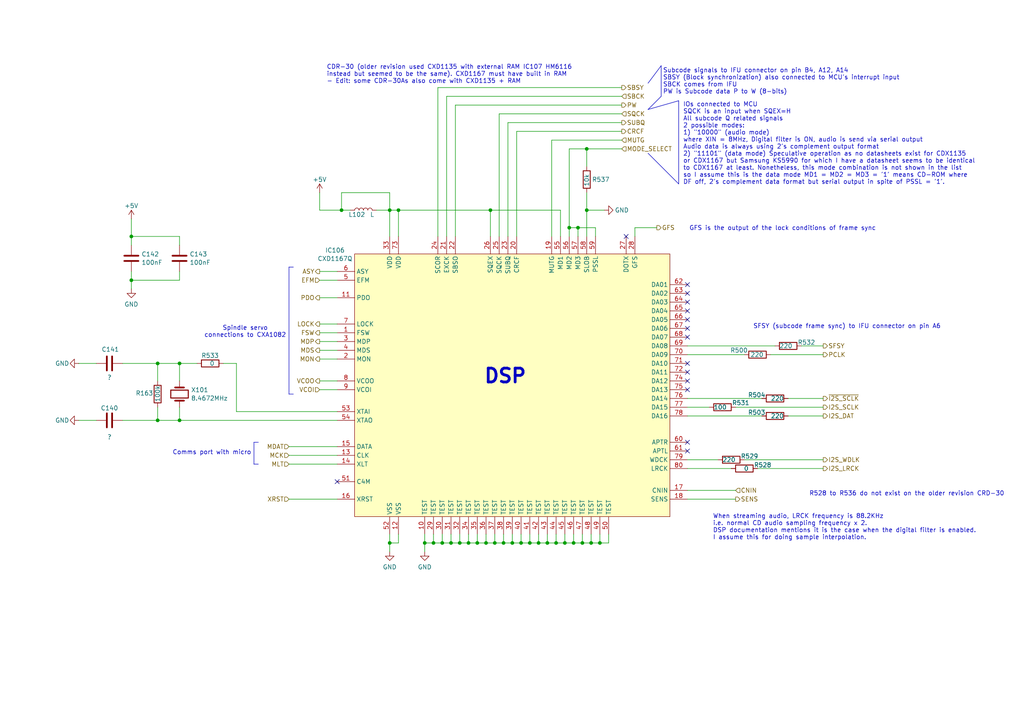
<source format=kicad_sch>
(kicad_sch (version 20231120) (generator "eeschema") (generator_version "8.0")
  (paper "A4")
  (title_block (title "PC-Engine CDR-30A (CD-ROM2) Schematics - MAIN PWR") (date "2025-02-09") (rev "0.3") (company "Author: Regis Galland"))
  (lib_symbols
    (symbol "Device:C" (pin_numbers hide) (pin_names (offset 0.254))
      (property "Reference" "C" (at 0.635 2.54 0))
      (property "Value" "C" (at 0.635 -2.54 0))
      (symbol "C_0_1"
        (polyline (pts (xy -2.032 -0.762) (xy 2.032 -0.762)) (stroke (width 0.508)))
        (polyline (pts (xy -2.032 0.762) (xy 2.032 0.762)) (stroke (width 0.508)))
      )
      (symbol "C_1_1"
        (pin passive line (at 0 3.81 270) (length 2.794) (name "~") (number "1"))
        (pin passive line (at 0 -3.81 90) (length 2.794) (name "~") (number "2"))
      )
    )
    (symbol "Device:Crystal" (pin_numbers hide) (pin_names (offset 1.016) hide)
      (property "Reference" "Y" (at 0 3.81 0))
      (property "Value" "Crystal" (at 0 -3.81 0))
      (symbol "Crystal_0_1"
        (rectangle (start -1.143 2.54) (end 1.143 -2.54) (stroke (width 0.3048)))
        (polyline (pts (xy -2.54 0) (xy -1.905 0)))
        (polyline (pts (xy -1.905 -1.27) (xy -1.905 1.27)) (stroke (width 0.508)))
        (polyline (pts (xy 1.905 -1.27) (xy 1.905 1.27)) (stroke (width 0.508)))
        (polyline (pts (xy 2.54 0) (xy 1.905 0)))
      )
      (symbol "Crystal_1_1"
        (pin passive line (at -3.81 0 0) (length 1.27) (name "1") (number "1"))
        (pin passive line (at 3.81 0 180) (length 1.27) (name "2") (number "2"))
      )
    )
    (symbol "Device:L" (pin_numbers hide) (pin_names (offset 1.016) hide)
      (property "Reference" "L" (at -1.27 0 90))
      (property "Value" "L" (at 1.905 0 90))
      (symbol "L_0_1"
        (arc (start 0 -2.54) (mid 0.6323 -1.905) (end 0 -1.27))
        (arc (start 0 -1.27) (mid 0.6323 -0.635) (end 0 0))
        (arc (start 0 0) (mid 0.6323 0.635) (end 0 1.27))
        (arc (start 0 1.27) (mid 0.6323 1.905) (end 0 2.54))
      )
      (symbol "L_1_1"
        (pin passive line (at 0 3.81 270) (length 1.27) (name "1") (number "1"))
        (pin passive line (at 0 -3.81 90) (length 1.27) (name "2") (number "2"))
      )
    )
    (symbol "Device:R" (pin_numbers hide) (pin_names (offset 0))
      (property "Reference" "R" (at 2.032 0 90))
      (property "Value" "R" (at 0 0 90))
      (symbol "R_0_1"
        (rectangle (start -1.016 -2.54) (end 1.016 2.54) (stroke (width 0.254)))
      )
      (symbol "R_1_1"
        (pin passive line (at 0 3.81 270) (length 1.27) (name "~") (number "1"))
        (pin passive line (at 0 -3.81 90) (length 1.27) (name "~") (number "2"))
      )
    )
    (symbol "PC-Engine_CDR-30:CXD1167Q"
      (property "Reference" "IC1071" (at -51.4252 39.165 0))
      (property "Value" "CXD1167Q" (at -51.4252 36.7407 0))
      (symbol "CXD1167Q_1_1"
        (rectangle (start -45.72 38.1) (end 45.72 -38.1) (fill (type background)))
        (pin output line (at -50.8 15.24 0) (length 5.08) (name "FSW") (number "1"))
        (pin input line (at -25.4 -43.18 90) (length 5.08) (name "TEST") (number "10"))
        (pin output line (at -50.8 25.4 0) (length 5.08) (name "PDO") (number "11"))
        (pin power_in line (at -33.02 -43.18 90) (length 5.08) (name "VSS") (number "12"))
        (pin input line (at -50.8 -20.32 0) (length 5.08) (name "CLK") (number "13"))
        (pin input line (at -50.8 -22.86 0) (length 5.08) (name "XLT") (number "14"))
        (pin input line (at -50.8 -17.78 0) (length 5.08) (name "DATA") (number "15"))
        (pin input line (at -50.8 -33.02 0) (length 5.08) (name "XRST") (number "16"))
        (pin input line (at 50.8 -30.48 180) (length 5.08) (name "CNIN") (number "17"))
        (pin output line (at 50.8 -33.02 180) (length 5.08) (name "SENS") (number "18"))
        (pin input line (at 11.43 43.18 270) (length 5.08) (name "MUTG") (number "19"))
        (pin output line (at -50.8 7.62 0) (length 5.08) (name "MON") (number "2"))
        (pin output line (at 1.27 43.18 270) (length 5.08) (name "CRCF") (number "20"))
        (pin input line (at -19.05 43.18 270) (length 5.08) (name "EXCK") (number "21"))
        (pin output line (at -16.51 43.18 270) (length 5.08) (name "SBSO") (number "22"))
        (pin output line (at -1.27 43.18 270) (length 5.08) (name "SUBQ") (number "23"))
        (pin output line (at -21.59 43.18 270) (length 5.08) (name "SCOR") (number "24"))
        (pin bidirectional line (at -3.81 43.18 270) (length 5.08) (name "SQCK") (number "25"))
        (pin input line (at -6.35 43.18 270) (length 5.08) (name "SQEX") (number "26"))
        (pin output line (at 33.02 43.18 270) (length 5.08) (name "DOTX") (number "27"))
        (pin output line (at 35.56 43.18 270) (length 5.08) (name "GFS") (number "28"))
        (pin input line (at -22.86 -43.18 90) (length 5.08) (name "TEST") (number "29"))
        (pin output line (at -50.8 12.7 0) (length 5.08) (name "MDP") (number "3"))
        (pin input line (at -20.32 -43.18 90) (length 5.08) (name "TEST") (number "30"))
        (pin input line (at -17.78 -43.18 90) (length 5.08) (name "TEST") (number "31"))
        (pin input line (at -15.24 -43.18 90) (length 5.08) (name "TEST") (number "32"))
        (pin power_in line (at -35.56 43.18 270) (length 5.08) (name "VDD") (number "33"))
        (pin input line (at -12.7 -43.18 90) (length 5.08) (name "TEST") (number "34"))
        (pin input line (at -10.16 -43.18 90) (length 5.08) (name "TEST") (number "35"))
        (pin input line (at -7.62 -43.18 90) (length 5.08) (name "TEST") (number "36"))
        (pin input line (at -5.08 -43.18 90) (length 5.08) (name "TEST") (number "37"))
        (pin input line (at -2.54 -43.18 90) (length 5.08) (name "TEST") (number "38"))
        (pin input line (at 0 -43.18 90) (length 5.08) (name "TEST") (number "39"))
        (pin output line (at -50.8 10.16 0) (length 5.08) (name "MDS") (number "4"))
        (pin input line (at 2.54 -43.18 90) (length 5.08) (name "TEST") (number "40"))
        (pin input line (at 5.08 -43.18 90) (length 5.08) (name "TEST") (number "41"))
        (pin input line (at 7.62 -43.18 90) (length 5.08) (name "TEST") (number "42"))
        (pin input line (at 10.16 -43.18 90) (length 5.08) (name "TEST") (number "43"))
        (pin input line (at 12.7 -43.18 90) (length 5.08) (name "TEST") (number "44"))
        (pin input line (at 15.24 -43.18 90) (length 5.08) (name "TEST") (number "45"))
        (pin input line (at 17.78 -43.18 90) (length 5.08) (name "TEST") (number "46"))
        (pin input line (at 20.32 -43.18 90) (length 5.08) (name "TEST") (number "47"))
        (pin input line (at 22.86 -43.18 90) (length 5.08) (name "TEST") (number "48"))
        (pin input line (at 25.4 -43.18 90) (length 5.08) (name "TEST") (number "49"))
        (pin input line (at -50.8 30.48 0) (length 5.08) (name "EFM") (number "5"))
        (pin input line (at 27.94 -43.18 90) (length 5.08) (name "TEST") (number "50"))
        (pin output line (at -50.8 -27.94 0) (length 5.08) (name "C4M") (number "51"))
        (pin power_in line (at -35.56 -43.18 90) (length 5.08) (name "VSS") (number "52"))
        (pin input line (at -50.8 -7.62 0) (length 5.08) (name "XTAI") (number "53"))
        (pin output line (at -50.8 -10.16 0) (length 5.08) (name "XTAO") (number "54"))
        (pin input line (at 13.97 43.18 270) (length 5.08) (name "MD1") (number "55"))
        (pin input line (at 16.51 43.18 270) (length 5.08) (name "MD2") (number "56"))
        (pin input line (at 19.05 43.18 270) (length 5.08) (name "MD3") (number "57"))
        (pin input line (at 21.59 43.18 270) (length 5.08) (name "SLOB") (number "58"))
        (pin input line (at 24.13 43.18 270) (length 5.08) (name "PSSL") (number "59"))
        (pin output line (at -50.8 33.02 0) (length 5.08) (name "ASY") (number "6"))
        (pin output line (at 50.8 -16.51 180) (length 5.08) (name "APTR") (number "60"))
        (pin output line (at 50.8 -19.05 180) (length 5.08) (name "APTL") (number "61"))
        (pin output line (at 50.8 29.21 180) (length 5.08) (name "DA01") (number "62"))
        (pin output line (at 50.8 26.67 180) (length 5.08) (name "DA02") (number "63"))
        (pin output line (at 50.8 24.13 180) (length 5.08) (name "DA03") (number "64"))
        (pin output line (at 50.8 21.59 180) (length 5.08) (name "DA04") (number "65"))
        (pin output line (at 50.8 19.05 180) (length 5.08) (name "DA05") (number "66"))
        (pin output line (at 50.8 16.51 180) (length 5.08) (name "DA06") (number "67"))
        (pin output line (at 50.8 13.97 180) (length 5.08) (name "DA07") (number "68"))
        (pin output line (at 50.8 11.43 180) (length 5.08) (name "DA08") (number "69"))
        (pin output line (at -50.8 17.78 0) (length 5.08) (name "LOCK") (number "7"))
        (pin output line (at 50.8 8.89 180) (length 5.08) (name "DA09") (number "70"))
        (pin output line (at 50.8 6.35 180) (length 5.08) (name "DA10") (number "71"))
        (pin output line (at 50.8 3.81 180) (length 5.08) (name "DA11") (number "72"))
        (pin power_in line (at -33.02 43.18 270) (length 5.08) (name "VDD") (number "73"))
        (pin output line (at 50.8 1.27 180) (length 5.08) (name "DA12") (number "74"))
        (pin output line (at 50.8 -1.27 180) (length 5.08) (name "DA13") (number "75"))
        (pin output line (at 50.8 -3.81 180) (length 5.08) (name "DA14") (number "76"))
        (pin output line (at 50.8 -6.35 180) (length 5.08) (name "DA15") (number "77"))
        (pin output line (at 50.8 -8.89 180) (length 5.08) (name "DA16") (number "78"))
        (pin output line (at 50.8 -21.59 180) (length 5.08) (name "WDCK") (number "79"))
        (pin output line (at -50.8 1.27 0) (length 5.08) (name "VCOO") (number "8"))
        (pin output line (at 50.8 -24.13 180) (length 5.08) (name "LRCK") (number "80"))
        (pin input line (at -50.8 -1.27 0) (length 5.08) (name "VCOI") (number "9"))
      )
    )
    (symbol "power:+5V" (power) (pin_numbers hide) (pin_names (offset 0) hide)
      (property "Value" "+5V" (at 0 3.556 0))
      (symbol "+5V_0_1"
        (polyline (pts (xy -0.762 1.27) (xy 0 2.54)))
        (polyline (pts (xy 0 0) (xy 0 2.54)))
        (polyline (pts (xy 0 2.54) (xy 0.762 1.27)))
      )
      (symbol "+5V_1_1"
        (pin power_in line (at 0 0 90) (length 0) (name "~") (number "1"))
      )
    )
    (symbol "power:GND" (power) (pin_numbers hide) (pin_names (offset 0) hide)
      (property "Value" "GND" (at 0 -3.81 0))
      (symbol "GND_0_1"
        (polyline (pts (xy 0 0) (xy 0 -1.27) (xy 1.27 -1.27) (xy 0 -2.54) (xy -1.27 -1.27) (xy 0 -1.27)))
      )
      (symbol "GND_1_1"
        (pin power_in line (at 0 0 270) (length 0) (name "~") (number "1"))
      )
    )
  )
  (junction (at 113.03 60.96))
  (junction (at 38.1 81.28))
  (junction (at 138.43 157.48))
  (junction (at 38.1 68.58))
  (junction (at 140.97 157.48))
  (junction (at 156.21 157.48))
  (junction (at 170.18 60.96))
  (junction (at 135.89 157.48))
  (junction (at 158.75 157.48))
  (junction (at 161.29 157.48))
  (junction (at 167.64 66.04))
  (junction (at 151.13 157.48))
  (junction (at 115.57 60.96))
  (junction (at 148.59 157.48))
  (junction (at 45.72 105.41))
  (junction (at 52.07 105.41))
  (junction (at 130.81 157.48))
  (junction (at 133.35 157.48))
  (junction (at 143.51 157.48))
  (junction (at 99.06 60.96))
  (junction (at 170.18 43.18))
  (junction (at 146.05 157.48))
  (junction (at 52.07 121.92))
  (junction (at 163.83 157.48))
  (junction (at 166.37 157.48))
  (junction (at 125.73 157.48))
  (junction (at 142.24 60.96))
  (junction (at 173.99 157.48))
  (junction (at 171.45 157.48))
  (junction (at 153.67 157.48))
  (junction (at 168.91 157.48))
  (junction (at 113.03 157.48))
  (junction (at 123.19 157.48))
  (junction (at 165.1 66.04))
  (junction (at 128.27 157.48))
  (junction (at 45.72 121.92))
  (no_connect (at 199.39 87.63))
  (no_connect (at 199.39 90.17))
  (no_connect (at 199.39 128.27))
  (no_connect (at 199.39 97.79))
  (no_connect (at 199.39 92.71))
  (no_connect (at 97.79 139.7))
  (no_connect (at 199.39 130.81))
  (no_connect (at 199.39 85.09))
  (no_connect (at 181.61 68.58))
  (no_connect (at 199.39 113.03))
  (no_connect (at 199.39 110.49))
  (no_connect (at 199.39 107.95))
  (no_connect (at 199.39 105.41))
  (no_connect (at 199.39 82.55))
  (no_connect (at 199.39 95.25))
  (wire (pts (xy 52.07 68.58) (xy 52.07 71.12)))
  (wire (pts (xy 83.82 132.08) (xy 97.79 132.08)))
  (wire (pts (xy 92.71 86.36) (xy 97.79 86.36)))
  (wire (pts (xy 146.05 154.94) (xy 146.05 157.48)))
  (wire (pts (xy 228.6 120.65) (xy 238.76 120.65)))
  (wire (pts (xy 38.1 71.12) (xy 38.1 68.58)))
  (wire (pts (xy 113.03 60.96) (xy 113.03 55.88)))
  (wire (pts (xy 83.82 134.62) (xy 97.79 134.62)))
  (wire (pts (xy 38.1 81.28) (xy 38.1 78.74)))
  (wire (pts (xy 142.24 60.96) (xy 115.57 60.96)))
  (wire (pts (xy 144.78 68.58) (xy 144.78 33.02)))
  (wire (pts (xy 171.45 154.94) (xy 171.45 157.48)))
  (wire (pts (xy 151.13 154.94) (xy 151.13 157.48)))
  (wire (pts (xy 92.71 104.14) (xy 97.79 104.14)))
  (wire (pts (xy 199.39 100.33) (xy 224.79 100.33)))
  (wire (pts (xy 172.72 66.04) (xy 172.72 68.58)))
  (wire (pts (xy 92.71 81.28) (xy 97.79 81.28)))
  (polyline (pts (xy 73.66 128.27) (xy 73.66 134.62)))
  (wire (pts (xy 97.79 119.38) (xy 68.58 119.38)))
  (polyline (pts (xy 196.85 29.21) (xy 196.85 53.34)))
  (wire (pts (xy 184.15 66.04) (xy 190.5 66.04)))
  (wire (pts (xy 165.1 66.04) (xy 165.1 68.58)))
  (wire (pts (xy 99.06 55.88) (xy 99.06 60.96)))
  (wire (pts (xy 130.81 154.94) (xy 130.81 157.48)))
  (wire (pts (xy 38.1 83.82) (xy 38.1 81.28)))
  (wire (pts (xy 165.1 43.18) (xy 165.1 66.04)))
  (wire (pts (xy 92.71 113.03) (xy 97.79 113.03)))
  (wire (pts (xy 99.06 60.96) (xy 101.6 60.96)))
  (wire (pts (xy 123.19 160.02) (xy 123.19 157.48)))
  (polyline (pts (xy 74.93 134.62) (xy 73.66 134.62)))
  (wire (pts (xy 109.22 60.96) (xy 113.03 60.96)))
  (wire (pts (xy 161.29 154.94) (xy 161.29 157.48)))
  (wire (pts (xy 68.58 119.38) (xy 68.58 105.41)))
  (wire (pts (xy 170.18 43.18) (xy 165.1 43.18)))
  (wire (pts (xy 170.18 55.88) (xy 170.18 60.96)))
  (wire (pts (xy 170.18 68.58) (xy 170.18 60.96)))
  (wire (pts (xy 92.71 99.06) (xy 97.79 99.06)))
  (wire (pts (xy 113.03 157.48) (xy 115.57 157.48)))
  (wire (pts (xy 144.78 33.02) (xy 180.34 33.02)))
  (wire (pts (xy 138.43 154.94) (xy 138.43 157.48)))
  (wire (pts (xy 213.36 144.78) (xy 199.39 144.78)))
  (wire (pts (xy 127 25.4) (xy 127 68.58)))
  (wire (pts (xy 115.57 60.96) (xy 115.57 68.58)))
  (wire (pts (xy 167.64 66.04) (xy 167.64 68.58)))
  (wire (pts (xy 123.19 154.94) (xy 123.19 157.48)))
  (wire (pts (xy 199.39 118.11) (xy 205.74 118.11)))
  (wire (pts (xy 83.82 144.78) (xy 97.79 144.78)))
  (wire (pts (xy 125.73 154.94) (xy 125.73 157.48)))
  (wire (pts (xy 45.72 105.41) (xy 52.07 105.41)))
  (wire (pts (xy 92.71 101.6) (xy 97.79 101.6)))
  (wire (pts (xy 160.02 40.64) (xy 160.02 68.58)))
  (wire (pts (xy 133.35 154.94) (xy 133.35 157.48)))
  (wire (pts (xy 22.86 105.41) (xy 27.94 105.41)))
  (wire (pts (xy 180.34 25.4) (xy 127 25.4)))
  (wire (pts (xy 176.53 157.48) (xy 176.53 154.94)))
  (wire (pts (xy 92.71 93.98) (xy 97.79 93.98)))
  (wire (pts (xy 173.99 154.94) (xy 173.99 157.48)))
  (wire (pts (xy 147.32 35.56) (xy 180.34 35.56)))
  (wire (pts (xy 92.71 60.96) (xy 99.06 60.96)))
  (wire (pts (xy 215.9 133.35) (xy 238.76 133.35)))
  (wire (pts (xy 158.75 157.48) (xy 161.29 157.48)))
  (wire (pts (xy 153.67 154.94) (xy 153.67 157.48)))
  (polyline (pts (xy 187.96 24.13) (xy 191.77 19.05)))
  (wire (pts (xy 92.71 110.49) (xy 97.79 110.49)))
  (polyline (pts (xy 191.77 19.05) (xy 191.77 27.94)))
  (wire (pts (xy 113.03 157.48) (xy 113.03 154.94)))
  (polyline (pts (xy 187.96 31.75) (xy 196.85 29.21)))
  (wire (pts (xy 165.1 66.04) (xy 167.64 66.04)))
  (wire (pts (xy 99.06 55.88) (xy 113.03 55.88)))
  (wire (pts (xy 52.07 110.49) (xy 52.07 105.41)))
  (wire (pts (xy 147.32 68.58) (xy 147.32 35.56)))
  (wire (pts (xy 180.34 40.64) (xy 160.02 40.64)))
  (wire (pts (xy 199.39 102.87) (xy 215.9 102.87)))
  (wire (pts (xy 199.39 115.57) (xy 220.98 115.57)))
  (wire (pts (xy 115.57 60.96) (xy 113.03 60.96)))
  (polyline (pts (xy 74.93 128.27) (xy 73.66 128.27)))
  (wire (pts (xy 113.03 60.96) (xy 113.03 68.58)))
  (wire (pts (xy 171.45 157.48) (xy 173.99 157.48)))
  (wire (pts (xy 128.27 157.48) (xy 130.81 157.48)))
  (wire (pts (xy 168.91 154.94) (xy 168.91 157.48)))
  (wire (pts (xy 83.82 129.54) (xy 97.79 129.54)))
  (wire (pts (xy 146.05 157.48) (xy 148.59 157.48)))
  (wire (pts (xy 173.99 157.48) (xy 176.53 157.48)))
  (wire (pts (xy 57.15 105.41) (xy 52.07 105.41)))
  (wire (pts (xy 158.75 154.94) (xy 158.75 157.48)))
  (wire (pts (xy 68.58 105.41) (xy 64.77 105.41)))
  (wire (pts (xy 45.72 118.11) (xy 45.72 121.92)))
  (wire (pts (xy 140.97 157.48) (xy 143.51 157.48)))
  (wire (pts (xy 129.54 68.58) (xy 129.54 27.94)))
  (wire (pts (xy 45.72 105.41) (xy 45.72 110.49)))
  (wire (pts (xy 35.56 121.92) (xy 45.72 121.92)))
  (wire (pts (xy 97.79 78.74) (xy 92.71 78.74)))
  (wire (pts (xy 167.64 66.04) (xy 172.72 66.04)))
  (wire (pts (xy 52.07 118.11) (xy 52.07 121.92)))
  (wire (pts (xy 38.1 68.58) (xy 52.07 68.58)))
  (wire (pts (xy 168.91 157.48) (xy 171.45 157.48)))
  (wire (pts (xy 125.73 157.48) (xy 128.27 157.48)))
  (wire (pts (xy 135.89 157.48) (xy 138.43 157.48)))
  (wire (pts (xy 170.18 43.18) (xy 180.34 43.18)))
  (wire (pts (xy 161.29 157.48) (xy 163.83 157.48)))
  (wire (pts (xy 163.83 154.94) (xy 163.83 157.48)))
  (wire (pts (xy 128.27 154.94) (xy 128.27 157.48)))
  (wire (pts (xy 199.39 120.65) (xy 220.98 120.65)))
  (wire (pts (xy 143.51 157.48) (xy 143.51 154.94)))
  (wire (pts (xy 213.36 142.24) (xy 199.39 142.24)))
  (wire (pts (xy 151.13 157.48) (xy 153.67 157.48)))
  (wire (pts (xy 149.86 38.1) (xy 149.86 68.58)))
  (wire (pts (xy 135.89 154.94) (xy 135.89 157.48)))
  (wire (pts (xy 92.71 96.52) (xy 97.79 96.52)))
  (wire (pts (xy 138.43 157.48) (xy 140.97 157.48)))
  (wire (pts (xy 143.51 157.48) (xy 146.05 157.48)))
  (wire (pts (xy 132.08 30.48) (xy 180.34 30.48)))
  (wire (pts (xy 130.81 157.48) (xy 133.35 157.48)))
  (wire (pts (xy 180.34 38.1) (xy 149.86 38.1)))
  (wire (pts (xy 52.07 78.74) (xy 52.07 81.28)))
  (wire (pts (xy 115.57 157.48) (xy 115.57 154.94)))
  (wire (pts (xy 170.18 43.18) (xy 170.18 48.26)))
  (wire (pts (xy 148.59 154.94) (xy 148.59 157.48)))
  (polyline (pts (xy 187.96 44.45) (xy 196.85 53.34)))
  (wire (pts (xy 22.86 121.92) (xy 27.94 121.92)))
  (wire (pts (xy 223.52 102.87) (xy 238.76 102.87)))
  (polyline (pts (xy 83.82 77.47) (xy 83.82 114.3)))
  (wire (pts (xy 219.71 135.89) (xy 238.76 135.89)))
  (polyline (pts (xy 187.96 31.75) (xy 191.77 27.94)))
  (polyline (pts (xy 85.09 77.47) (xy 83.82 77.47)))
  (wire (pts (xy 140.97 154.94) (xy 140.97 157.48)))
  (wire (pts (xy 38.1 63.5) (xy 38.1 68.58)))
  (wire (pts (xy 199.39 133.35) (xy 208.28 133.35)))
  (wire (pts (xy 35.56 105.41) (xy 45.72 105.41)))
  (wire (pts (xy 92.71 55.88) (xy 92.71 60.96)))
  (wire (pts (xy 148.59 157.48) (xy 151.13 157.48)))
  (wire (pts (xy 156.21 157.48) (xy 158.75 157.48)))
  (wire (pts (xy 213.36 118.11) (xy 238.76 118.11)))
  (wire (pts (xy 113.03 160.02) (xy 113.03 157.48)))
  (wire (pts (xy 52.07 121.92) (xy 97.79 121.92)))
  (wire (pts (xy 123.19 157.48) (xy 125.73 157.48)))
  (wire (pts (xy 133.35 157.48) (xy 135.89 157.48)))
  (wire (pts (xy 232.41 100.33) (xy 238.76 100.33)))
  (wire (pts (xy 170.18 60.96) (xy 175.26 60.96)))
  (wire (pts (xy 228.6 115.57) (xy 238.76 115.57)))
  (wire (pts (xy 163.83 157.48) (xy 166.37 157.48)))
  (wire (pts (xy 156.21 154.94) (xy 156.21 157.48)))
  (wire (pts (xy 45.72 121.92) (xy 52.07 121.92)))
  (wire (pts (xy 199.39 135.89) (xy 212.09 135.89)))
  (wire (pts (xy 142.24 60.96) (xy 142.24 68.58)))
  (wire (pts (xy 184.15 68.58) (xy 184.15 66.04)))
  (wire (pts (xy 162.56 60.96) (xy 162.56 68.58)))
  (wire (pts (xy 129.54 27.94) (xy 180.34 27.94)))
  (wire (pts (xy 132.08 68.58) (xy 132.08 30.48)))
  (wire (pts (xy 52.07 81.28) (xy 38.1 81.28)))
  (wire (pts (xy 162.56 60.96) (xy 142.24 60.96)))
  (wire (pts (xy 153.67 157.48) (xy 156.21 157.48)))
  (polyline (pts (xy 85.09 114.3) (xy 83.82 114.3)))
  (wire (pts (xy 166.37 154.94) (xy 166.37 157.48)))
  (wire (pts (xy 166.37 157.48) (xy 168.91 157.48)))
  (text "DSP" (at 146.558 109.22 0) (effects (font (size 4 4) (thickness 0.8) (bold yes))))
  (text "Comms port with micro" (at 61.468 131.318 0) (effects (font (size 1.27 1.27))))
  (text "When streaming audio, LRCK frequency is 88.2KHz \ni.e. normal CD audio sampling frequency x 2.\nDSP documentation mentions it is the case when the digital filter is enabled.\nI assume this for doing sample interpolation." (at 206.756 152.908 0) (effects (font (size 1.27 1.27)) (justify left)))
  (text "GFS is the output of the lock conditions of frame sync" (at 199.898 66.294 0) (effects (font (size 1.27 1.27)) (justify left)))
  (text "Subcode signals to IFU connector on pin B4, A12, A14\nSBSY (Block synchronization) also connected to MCU's interrupt input\nSBCK comes from IFU\nPW is Subcode data P to W (8-bits)" (at 192.278 23.622 0) (effects (font (size 1.27 1.27)) (justify left)))
  (text "R528 to R536 do not exist on the older revision CRD-30" (at 234.696 143.256 0) (effects (font (size 1.27 1.27)) (justify left)))
  (text "IOs connected to MCU\nSQCK is an input when SQEX=H\nAll subcode Q related signals\n2 possible modes:\n1) \"10000\" (audio mode)\nwhere XIN = 8MHz, Digital filter is ON, audio is send via serial output\nAudio data is always using 2's complement output format\n2) \"11101\" (data mode) Speculative operation as no datasheets exist for CDX1135\nor CDX1167 but Samsung KS5990 for which I have a datasheet seems to be identical\nto CDX1167 at least. Nonetheless, this mode combination is not shown in the list\nso I assume this is the data mode MD1 = MD2 = MD3 = '1' means CD-ROM where\nDF off, 2's complement data format but serial output in spite of PSSL = '1'. \n" (at 198.12 41.656 0) (effects (font (size 1.27 1.27)) (justify left)))
  (text "CDR-30 (older revision used CXD1135 with external RAM IC107 HM6116\ninstead but seemed to be the same). CXD1167 must have built in RAM\n- Edit: some CDR-30As also come with CXD1135 + RAM" (at 94.742 21.59 0) (effects (font (size 1.27 1.27)) (justify left)))
  (text "Spindle servo\nconnections to CXA1082\n" (at 71.12 96.266 0) (effects (font (size 1.27 1.27))))
  (text "SFSY (subcode frame sync) to IFU connector on pin A6" (at 218.44 94.742 0) (effects (font (size 1.27 1.27)) (justify left)))
  (hierarchical_label "VCOO" (shape output) (at 92.71 110.49 180))
  (hierarchical_label "SFSY" (shape output) (at 238.76 100.33 0))
  (hierarchical_label "PDO" (shape output) (at 92.71 86.36 180))
  (hierarchical_label "SBCK" (shape input) (at 180.34 27.94 0))
  (hierarchical_label "SBSY" (shape output) (at 180.34 25.4 0))
  (hierarchical_label "~{I2S_SCLK}" (shape output) (at 238.76 115.57 0))
  (hierarchical_label "MON" (shape output) (at 92.71 104.14 180))
  (hierarchical_label "FSW" (shape output) (at 92.71 96.52 180))
  (hierarchical_label "PCLK" (shape output) (at 238.76 102.87 0))
  (hierarchical_label "XRST" (shape input) (at 83.82 144.78 180))
  (hierarchical_label "MUTG" (shape input) (at 180.34 40.64 0))
  (hierarchical_label "GFS" (shape output) (at 190.5 66.04 0))
  (hierarchical_label "I2S_DAT" (shape output) (at 238.76 120.65 0))
  (hierarchical_label "MDAT" (shape input) (at 83.82 129.54 180))
  (hierarchical_label "EFM" (shape input) (at 92.71 81.28 180))
  (hierarchical_label "SQCK" (shape input) (at 180.34 33.02 0))
  (hierarchical_label "MODE_SELECT" (shape input) (at 180.34 43.18 0))
  (hierarchical_label "ASY" (shape output) (at 92.71 78.74 180))
  (hierarchical_label "CRCF" (shape output) (at 180.34 38.1 0))
  (hierarchical_label "I2S_LRCK" (shape output) (at 238.76 135.89 0))
  (hierarchical_label "LOCK" (shape output) (at 92.71 93.98 180))
  (hierarchical_label "MDP" (shape output) (at 92.71 99.06 180))
  (hierarchical_label "SUBQ" (shape output) (at 180.34 35.56 0))
  (hierarchical_label "MCK" (shape input) (at 83.82 132.08 180))
  (hierarchical_label "PW" (shape output) (at 180.34 30.48 0))
  (hierarchical_label "CNIN" (shape input) (at 213.36 142.24 0))
  (hierarchical_label "MLT" (shape input) (at 83.82 134.62 180))
  (hierarchical_label "I2S_WDLK" (shape output) (at 238.76 133.35 0))
  (hierarchical_label "MDS" (shape output) (at 92.71 101.6 180))
  (hierarchical_label "VCOI" (shape input) (at 92.71 113.03 180))
  (hierarchical_label "SENS" (shape output) (at 213.36 144.78 0))
  (hierarchical_label "I2S_SCLK" (shape output) (at 238.76 118.11 0))
  (symbol (lib_id "power:GND") (at 113.03 160.02 0) (unit 1)
    (property "Reference" "#PWR062" (effects (hide yes)))
    (property "Value" "GND" (at 113.03 164.4634 0))
    (property "Description" "Power symbol creates a global label with name \"GND\" , ground" (effects (hide yes)))
  )
  (symbol (lib_id "power:GND") (at 175.26 60.96 90) (unit 1)
    (property "Reference" "#PWR057" (effects (hide yes)))
    (property "Value" "GND" (at 178.308 60.96 90) (effects (justify right)))
    (property "Description" "Power symbol creates a global label with name \"GND\" , ground" (effects (hide yes)))
  )
  (symbol (lib_id "Device:R") (at 228.6 100.33 270) (mirror x) (unit 1)
    (property "Reference" "R532" (at 236.474 99.314 90) (effects (justify right)))
    (property "Value" "220" (at 229.87 100.33 90) (effects (justify right)))
    (property "Footprint" "Resistor_SMD:R_0603_1608Metric" (effects (hide yes)))
  )
  (symbol (lib_id "Device:R") (at 219.71 102.87 270) (mirror x) (unit 1)
    (property "Reference" "R500" (at 216.916 101.6 90) (effects (justify right)))
    (property "Value" "220" (at 221.488 102.87 90) (effects (justify right)))
    (property "Footprint" "Resistor_SMD:R_0603_1608Metric" (effects (hide yes)))
  )
  (symbol (lib_id "Device:R") (at 60.96 105.41 270) (mirror x) (unit 1)
    (property "Reference" "R533" (at 63.5 103.124 90) (effects (justify right)))
    (property "Value" "0" (at 62.23 105.41 90) (effects (justify right)))
    (property "Footprint" "Resistor_SMD:R_0603_1608Metric" (effects (hide yes)))
  )
  (symbol (lib_id "Device:R") (at 224.79 115.57 90) (unit 1)
    (property "Reference" "R504" (at 216.916 114.554 90) (effects (justify right)))
    (property "Value" "220" (at 223.52 115.57 90) (effects (justify right)))
    (property "Footprint" "Resistor_SMD:R_0603_1608Metric" (effects (hide yes)))
  )
  (symbol (lib_id "power:+5V") (at 92.71 55.88 0) (unit 1)
    (property "Reference" "#PWR055" (effects (hide yes)))
    (property "Value" "+5V" (at 92.71 52.07 0))
    (property "Description" "Power symbol creates a global label with name \"+5V\"" (effects (hide yes)))
  )
  (symbol (lib_id "Device:R") (at 45.72 114.3 0) (unit 1)
    (property "Reference" "R163" (at 44.45 114.046 0) (effects (justify right)))
    (property "Value" "100k" (at 45.72 111.76 90) (effects (justify right)))
    (property "Footprint" "Resistor_SMD:R_0603_1608Metric" (effects (hide yes)))
  )
  (symbol (lib_id "Device:R") (at 212.09 133.35 270) (mirror x) (unit 1)
    (property "Reference" "R529" (at 219.964 132.334 90) (effects (justify right)))
    (property "Value" "220" (at 213.36 133.35 90) (effects (justify right)))
    (property "Footprint" "Resistor_SMD:R_0603_1608Metric" (effects (hide yes)))
  )
  (symbol (lib_id "power:GND") (at 123.19 160.02 0) (unit 1)
    (property "Reference" "#PWR063" (effects (hide yes)))
    (property "Value" "GND" (at 123.19 164.4634 0))
    (property "Description" "Power symbol creates a global label with name \"GND\" , ground" (effects (hide yes)))
  )
  (symbol (lib_id "Device:C") (at 31.75 105.41 270) (unit 1)
    (property "Reference" "C141" (at 32.004 101.346 90))
    (property "Value" "?" (at 31.75 109.474 90))
    (property "Footprint" "Capacitor_SMD:C_0603_1608Metric" (effects (hide yes)))
  )
  (symbol (lib_id "Device:R") (at 170.18 52.07 180) (unit 1)
    (property "Reference" "R537" (at 171.704 52.07 0) (effects (justify right)))
    (property "Value" "10k" (at 170.18 54.102 90) (effects (justify right)))
    (property "Footprint" "Resistor_SMD:R_0603_1608Metric" (effects (hide yes)))
  )
  (symbol (lib_id "PC-Engine_CDR-30:CXD1167Q") (at 148.59 111.76 0) (unit 1)
    (property "Reference" "IC106" (at 97.1648 72.595 0))
    (property "Value" "CXD1167Q" (at 97.1648 75.0193 0))
    (property "Footprint" "PC-Engine_CDR-30A:PQFP-80_14x20mm_P0.8mm" (effects (hide yes)))
  )
  (symbol (lib_id "Device:R") (at 224.79 120.65 90) (unit 1)
    (property "Reference" "R503" (at 216.916 119.634 90) (effects (justify right)))
    (property "Value" "220" (at 223.52 120.65 90) (effects (justify right)))
    (property "Footprint" "Resistor_SMD:R_0603_1608Metric" (effects (hide yes)))
  )
  (symbol (lib_id "Device:R") (at 215.9 135.89 270) (mirror x) (unit 1)
    (property "Reference" "R528" (at 223.774 134.874 90) (effects (justify right)))
    (property "Value" "0" (at 217.17 135.89 90) (effects (justify right)))
    (property "Footprint" "Resistor_SMD:R_0603_1608Metric" (effects (hide yes)))
  )
  (symbol (lib_id "power:GND") (at 22.86 105.41 270) (unit 1)
    (property "Reference" "#PWR059" (effects (hide yes)))
    (property "Value" "GND" (at 18.034 105.41 90))
    (property "Description" "Power symbol creates a global label with name \"GND\" , ground" (effects (hide yes)))
  )
  (symbol (lib_id "Device:Crystal") (at 52.07 114.3 90) (unit 1)
    (property "Reference" "X101" (at 55.3974 113.0878 90) (effects (justify right)))
    (property "Value" "8.4672MHz" (at 55.3974 115.5121 90) (effects (justify right)))
    (property "Description" "Two pin crystal" (effects (hide yes)))
  )
  (symbol (lib_id "Device:L") (at 105.41 60.96 90) (unit 1)
    (property "Reference" "L102" (at 103.505 62.23 90))
    (property "Value" "L" (at 107.95 62.23 90))
  )
  (symbol (lib_id "power:+5V") (at 38.1 63.5 0) (unit 1)
    (property "Reference" "#PWR056" (effects (hide yes)))
    (property "Value" "+5V" (at 38.1 59.69 0))
    (property "Description" "Power symbol creates a global label with name \"+5V\"" (effects (hide yes)))
  )
  (symbol (lib_id "Device:C") (at 38.1 74.93 0) (unit 1)
    (property "Reference" "C142" (at 41.021 73.7178 0) (effects (justify left)))
    (property "Value" "100nF" (at 41.021 76.1421 0) (effects (justify left)))
    (property "Footprint" "Capacitor_SMD:C_0603_1608Metric" (effects (hide yes)))
  )
  (symbol (lib_id "Device:C") (at 52.07 74.93 0) (unit 1)
    (property "Reference" "C143" (at 54.991 73.7178 0) (effects (justify left)))
    (property "Value" "100nF" (at 54.991 76.1421 0) (effects (justify left)))
    (property "Footprint" "Capacitor_SMD:C_0603_1608Metric" (effects (hide yes)))
  )
  (symbol (lib_id "Device:R") (at 209.55 118.11 270) (mirror x) (unit 1)
    (property "Reference" "R531" (at 217.424 116.84 90) (effects (justify right)))
    (property "Value" "100" (at 210.82 118.11 90) (effects (justify right)))
    (property "Footprint" "Resistor_SMD:R_0603_1608Metric" (effects (hide yes)))
  )
  (symbol (lib_id "Device:C") (at 31.75 121.92 90) (unit 1)
    (property "Reference" "C140" (at 31.75 118.364 90))
    (property "Value" "?" (at 31.75 126.746 90))
    (property "Footprint" "Capacitor_SMD:C_0603_1608Metric" (effects (hide yes)))
  )
  (symbol (lib_id "power:GND") (at 38.1 83.82 0) (unit 1)
    (property "Reference" "#PWR058" (effects (hide yes)))
    (property "Value" "GND" (at 38.1 88.2634 0))
    (property "Description" "Power symbol creates a global label with name \"GND\" , ground" (effects (hide yes)))
  )
  (symbol (lib_id "power:GND") (at 22.86 121.92 270) (unit 1)
    (property "Reference" "#PWR060" (effects (hide yes)))
    (property "Value" "GND" (at 18.034 121.92 90))
    (property "Description" "Power symbol creates a global label with name \"GND\" , ground" (effects (hide yes)))
  )
)
</source>
